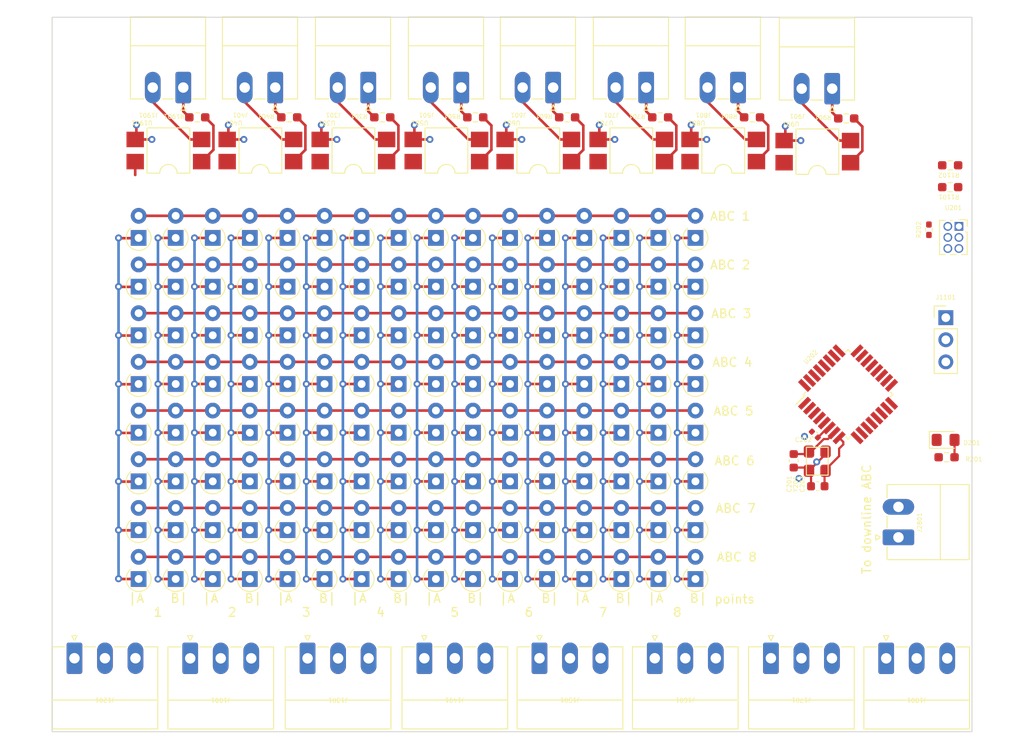
<source format=kicad_pcb>
(kicad_pcb (version 20221018) (generator pcbnew)
  (layers (0 "F.Cu" signal) (31 "B.Cu" signal) (34 "B.Paste" user) (35 "F.Paste" user) (36 "B.SilkS" user "B.Silkscreen") (37 "F.SilkS" user "F.Silkscreen") (38 "B.Mask" user) (39 "F.Mask" user) (44 "Edge.Cuts" user))
  (net 0 "")
  (net 1 "/diodeMatrix/point1A")
  (net 2 "/atmega/line1")
  (net 3 "/diodeMatrix/point1B")
  (net 4 "/diodeMatrix/point2A")
  (net 5 "/diodeMatrix/point2B")
  (net 6 "/diodeMatrix/point3A")
  (net 7 "/diodeMatrix/point3B")
  (net 8 "/diodeMatrix/point4A")
  (net 9 "/diodeMatrix/point4B")
  (net 10 "/diodeMatrix/point5A")
  (net 11 "/diodeMatrix/point5B")
  (net 12 "/diodeMatrix/point6A")
  (net 13 "/diodeMatrix/point6B")
  (net 14 "/diodeMatrix/point7A")
  (net 15 "/diodeMatrix/point7B")
  (net 16 "/diodeMatrix/point8A")
  (net 17 "/diodeMatrix/point8B")
  (net 18 "/atmega/line2")
  (net 19 "/atmega/line3")
  (net 20 "/atmega/line4")
  (net 21 "/atmega/line5")
  (net 22 "/atmega/line6")
  (net 23 "/atmega/line7")
  (net 24 "/atmega/line8")
  (net 25 "Net-(J301-Pin_1)")
  (net 26 "Net-(J301-Pin_2)")
  (net 27 "Net-(J401-Pin_1)")
  (net 28 "Net-(J401-Pin_2)")
  (net 29 "Net-(J501-Pin_1)")
  (net 30 "Net-(J501-Pin_2)")
  (net 31 "Net-(J601-Pin_1)")
  (net 32 "Net-(J601-Pin_2)")
  (net 33 "Net-(J701-Pin_1)")
  (net 34 "Net-(J701-Pin_2)")
  (net 35 "Net-(J801-Pin_1)")
  (net 36 "Net-(J801-Pin_2)")
  (net 37 "Net-(J901-Pin_1)")
  (net 38 "Net-(J901-Pin_2)")
  (net 39 "GND")
  (net 40 "Net-(R301-Pad1)")
  (net 41 "Net-(R401-Pad1)")
  (net 42 "Net-(R501-Pad1)")
  (net 43 "Net-(R601-Pad1)")
  (net 44 "Net-(R701-Pad1)")
  (net 45 "Net-(R801-Pad1)")
  (net 46 "Net-(R901-Pad1)")
  (net 47 "Net-(D201-A)")
  (net 49 "/atmega/X1")
  (net 50 "+5V")
  (net 51 "/atmega/X2")
  (net 52 "/atmega/LED")
  (net 53 "Net-(J1901-Pin_2)")
  (net 54 "Net-(J1901-Pin_1)")
  (net 55 "/atmega/reset")
  (net 56 "/atmega/occupied7")
  (net 57 "/atmega/occupied8")
  (net 58 "Net-(R1901-Pad1)")
  (net 59 "/atmega/MISO")
  (net 60 "/atmega/MOSI")
  (net 61 "/atmega/occupied6")
  (net 62 "/atmega/occupied5")
  (net 63 "/atmega/occupied4")
  (net 64 "/atmega/occupied3")
  (net 65 "/atmega/occupied2")
  (net 66 "/atmega/occupied1")
  (net 68 "Net-(J1101-Pin_1)")
  (net 69 "/atmega/occupied")
  (footprint "Diode_THT:D_A-405_P2.54mm_Vertical_AnodeUp" (layer "F.Cu") (at 192.532 101.092 90)
    (fp_text reference "D2415" hide)
    (fp_text value "D")
  )
  (footprint "Package_DIP:SMDIP-4_W7.62mm" (layer "F.Cu") (at 199.9705 74.295 180)
    (fp_text reference "U801")
    (fp_text value "EL817S")
  )
  (footprint "Diode_THT:D_A-405_P2.54mm_Vertical_AnodeUp" (layer "F.Cu") (at 188.282 101.092 90)
    (fp_text reference "D2414" hide)
    (fp_text value "D")
  )
  (footprint "Connector_Phoenix_MC:PhoenixContact_MC_1,5_2-G-3.5_1x02_P3.50mm_Horizontal" (layer "F.Cu") (at 191.132499 67.0675 180)
    (fp_text reference "J701")
    (fp_text value "Screw_Terminal_01x02")
  )
  (footprint "Diode_THT:D_A-405_P2.54mm_Vertical_AnodeUp" (layer "F.Cu") (at 184.032 84.328 90)
    (fp_text reference "D2713" hide)
    (fp_text value "D")
  )
  (footprint "Diode_THT:D_A-405_P2.54mm_Vertical_AnodeUp" (layer "F.Cu") (at 175.514 84.328 90)
    (fp_text reference "D2711" hide)
    (fp_text value "D")
  )
  (footprint "Connector_Phoenix_MC:PhoenixContact_MC_1,5_2-G-3.5_1x02_P3.50mm_Horizontal" (layer "F.Cu") (at 169.923499 67.0675 180)
    (fp_text reference "J501")
    (fp_text value "Screw_Terminal_01x02")
  )
  (footprint "Diode_THT:D_A-405_P2.54mm_Vertical_AnodeUp" (layer "F.Cu") (at 179.764 106.68 90)
    (fp_text reference "D2312" hide)
    (fp_text value "D")
  )
  (footprint "Diode_THT:D_A-405_P2.54mm_Vertical_AnodeUp" (layer "F.Cu") (at 175.514 123.473 90)
    (fp_text reference "D2111" hide)
    (fp_text value "D")
  )
  (footprint "Diode_THT:D_A-405_P2.54mm_Vertical_AnodeUp" (layer "F.Cu") (at 137.169 106.68 90)
    (fp_text reference "D2302" hide)
    (fp_text value "D")
  )
  (footprint "Diode_THT:D_A-405_P2.54mm_Vertical_AnodeUp" (layer "F.Cu") (at 188.282 84.328 90)
    (fp_text reference "D2714" hide)
    (fp_text value "D")
  )
  (footprint "Diode_THT:D_A-405_P2.54mm_Vertical_AnodeUp" (layer "F.Cu") (at 145.669 123.473 90)
    (fp_text reference "D2104" hide)
    (fp_text value "D")
  )
  (footprint "Connector_Phoenix_MC:PhoenixContact_MC_1,5_2-G-3.5_1x02_P3.50mm_Horizontal" (layer "F.Cu") (at 220.0675 118.695 90)
    (fp_text reference "J2801")
    (fp_text value "Screw_Terminal_01x02")
  )
  (footprint "Diode_THT:D_A-405_P2.54mm_Vertical_AnodeUp" (layer "F.Cu") (at 132.919 117.856 90)
    (fp_text reference "D1901" hide)
    (fp_text value "D")
  )
  (footprint "Diode_THT:D_A-405_P2.54mm_Vertical_AnodeUp" (layer "F.Cu") (at 137.169 95.504 90)
    (fp_text reference "D2502" hide)
    (fp_text value "D")
  )
  (footprint "custom_kicad_lib_sk:crystal_arduino" (layer "F.Cu") (at 210.976152 109.999744 -90)
    (fp_text reference "Y201")
    (fp_text value "Crystal_GND2")
  )
  (footprint "Diode_THT:D_A-405_P2.54mm_Vertical_AnodeUp" (layer "F.Cu") (at 158.496 84.328 90)
    (fp_text reference "D2707" hide)
    (fp_text value "D")
  )
  (footprint "Diode_THT:D_A-405_P2.54mm_Vertical_AnodeUp" (layer "F.Cu") (at 132.919 112.268 90)
    (fp_text reference "D2201" hide)
    (fp_text value "D")
  )
  (footprint "Diode_THT:D_A-405_P2.54mm_Vertical_AnodeUp" (layer "F.Cu") (at 179.764 123.473 90)
    (fp_text reference "D2112" hide)
    (fp_text value "D")
  )
  (footprint "Diode_THT:D_A-405_P2.54mm_Vertical_AnodeUp" (layer "F.Cu") (at 158.496 117.856 90)
    (fp_text reference "D1907" hide)
    (fp_text value "D")
  )
  (footprint "Diode_THT:D_A-405_P2.54mm_Vertical_AnodeUp" (layer "F.Cu") (at 158.496 101.092 90)
    (fp_text reference "D2407" hide)
    (fp_text value "D")
  )
  (footprint "Diode_THT:D_A-405_P2.54mm_Vertical_AnodeUp" (layer "F.Cu") (at 188.282 117.856 90)
    (fp_text reference "D1914" hide)
    (fp_text value "D")
  )
  (footprint "custom_kicad_lib_sk:R_0603_smalltext" (layer "F.Cu") (at 226 78.5 180)
    (fp_text reference "R1101")
    (fp_text value "22k")
  )
  (footprint "Diode_THT:D_A-405_P2.54mm_Vertical_AnodeUp" (layer "F.Cu") (at 171.264 84.328 90)
    (fp_text reference "D2710" hide)
    (fp_text value "D")
  )
  (footprint "Diode_THT:D_A-405_P2.54mm_Vertical_AnodeUp" (layer "F.Cu") (at 188.282 89.916 90)
    (fp_text reference "D2614" hide)
    (fp_text value "D")
  )
  (footprint "Diode_THT:D_A-405_P2.54mm_Vertical_AnodeUp" (layer "F.Cu") (at 149.996 123.473 90)
    (fp_text reference "D2105" hide)
    (fp_text value "D")
  )
  (footprint "Connector_Phoenix_MC:PhoenixContact_MC_1,5_2-G-3.5_1x02_P3.50mm_Horizontal" (layer "F.Cu") (at 201.673499 67.0675 180)
    (fp_text reference "J801")
    (fp_text value "Screw_Terminal_01x02")
  )
  (footprint "Diode_THT:D_A-405_P2.54mm_Vertical_AnodeUp" (layer "F.Cu") (at 188.282 95.504 90)
    (fp_text reference "D2514" hide)
    (fp_text value "D")
  )
  (footprint "Diode_THT:D_A-405_P2.54mm_Vertical_AnodeUp" (layer "F.Cu") (at 162.746 106.68 90)
    (fp_text reference "D2308" hide)
    (fp_text value "D")
  )
  (footprint "Diode_THT:D_A-405_P2.54mm_Vertical_AnodeUp" (layer "F.Cu") (at 162.746 89.916 90)
    (fp_text reference "D2608" hide)
    (fp_text value "D")
  )
  (footprint "Diode_THT:D_A-405_P2.54mm_Vertical_AnodeUp" (layer "F.Cu") (at 132.919 101.092 90)
    (fp_text reference "D2401" hide)
    (fp_text value "D")
  )
  (footprint "Diode_THT:D_A-405_P2.54mm_Vertical_AnodeUp" (layer "F.Cu") (at 141.419 89.916 90)
    (fp_text reference "D2603" hide)
    (fp_text value "D")
  )
  (footprint "Connector_Phoenix_MC:PhoenixContact_MC_1,5_2-G-3.5_1x02_P3.50mm_Horizontal" (layer "F.Cu") (at 138.0385 67.0675 180)
    (fp_text reference "J1901")
    (fp_text value "Screw_Terminal_01x02")
  )
  (footprint "Diode_THT:D_A-405_P2.54mm_Vertical_AnodeUp" (layer "F.Cu") (at 141.419 95.504 90)
    (fp_text reference "D2503" hide)
    (fp_text value "D")
  )
  (footprint "Diode_THT:D_A-405_P2.54mm_Vertical_AnodeUp" (layer "F.Cu") (at 167.014 89.916 90)
    (fp_text reference "D2609" hide)
    (fp_text value "D")
  )
  (footprint "Diode_THT:D_A-405_P2.54mm_Vertical_AnodeUp" (layer "F.Cu") (at 158.496 112.268 90)
    (fp_text reference "D2207" hide)
    (fp_text value "D")
  )
  (footprint "Diode_THT:D_A-405_P2.54mm_Vertical_AnodeUp" (layer "F.Cu") (at 158.496 123.473 90)
    (fp_text reference "D2107" hide)
    (fp_text value "D")
  )
  (footprint "Diode_THT:D_A-405_P2.54mm_Vertical_AnodeUp" (layer "F.Cu") (at 141.419 112.268 90)
    (fp_text reference "D2203" hide)
    (fp_text value "D")
  )
  (footprint "Connector_Phoenix_MC:PhoenixContact_MC_1,5_2-G-3.5_1x02_P3.50mm_Horizontal" (layer "F.Cu") (at 212.468499 67.1945 180)
    (fp_text reference "J901")
    (fp_text value "Screw_Terminal_01x02")
  )
  (footprint "Connector_Phoenix_MC:PhoenixContact_MC_1,5_3-G-3.5_1x03_P3.50mm_Horizontal" (layer "F.Cu") (at 152.297 132.579)
    (fp_text reference "J1301")
    (fp_text value "Screw_Terminal_01x03")
  )
  (footprint "Diode_THT:D_A-405_P2.54mm_Vertical_AnodeUp" (layer "F.Cu") (at 175.514 95.504 90)
    (fp_text reference "D2511" hide)
    (fp_text value "D")
  )
  (footprint "Diode_THT:D_A-405_P2.54mm_Vertical_AnodeUp" (layer "F.Cu") (at 184.032 106.68 90)
    (fp_text reference "D2313" hide)
    (fp_text value "D")
  )
  (footprint "Diode_THT:D_A-405_P2.54mm_Vertical_AnodeUp" (layer "F.Cu") (at 141.419 101.092 90)
    (fp_text reference "D2403" hide)
    (fp_text value "D")
  )
  (footprint "Diode_THT:D_A-405_P2.54mm_Vertical_AnodeUp" (layer "F.Cu") (at 167.014 123.473 90)
    (fp_text reference "D2109" hide)
    (fp_text value "D")
  )
  (footprint "custom_kicad_lib_sk:R_0603_smalltext" (layer "F.Cu") (at 226 75.99 180)
    (fp_text reference "R1102")
    (fp_text value "22k")
  )
  (footprint "Package_DIP:SMDIP-4_W7.62mm" (layer "F.Cu") (at 178.7615 74.295 180)
    (fp_text reference "U601")
    (fp_text value "EL817S")
  )
  (footprint "Diode_THT:D_A-405_P2.54mm_Vertical_AnodeUp" (layer "F.Cu") (at 132.919 123.473 90)
    (fp_text reference "D2101" hide)
    (fp_text value "D")
  )
  (footprint "Diode_THT:D_A-405_P2.54mm_Vertical_AnodeUp" (layer "F.Cu") (at 132.919 106.68 90)
    (fp_text reference "D2301" hide)
    (fp_text value "D")
  )
  (footprint "Diode_THT:D_A-405_P2.54mm_Vertical_AnodeUp" (layer "F.Cu") (at 141.419 123.473 90)
    (fp_text reference "D2103" hide)
    (fp_text value "D")
  )
  (footprint "Diode_THT:D_A-405_P2.54mm_Vertical_AnodeUp" (layer "F.Cu") (at 154.246 84.328 90)
    (fp_text reference "D2706" hide)
    (fp_text value "D")
  )
  (footprint "Diode_THT:D_A-405_P2.54mm_Vertical_AnodeUp" (layer "F.Cu") (at 167.014 106.68 90)
    (fp_text reference "D2309" hide)
    (fp_text value "D")
  )
  (footprint "Diode_THT:D_A-405_P2.54mm_Vertical_AnodeUp" (layer "F.Cu") (at 145.669 112.268 90)
    (fp_text reference "D2204" hide)
    (fp_text value "D")
  )
  (footprint "Diode_THT:D_A-405_P2.54mm_Vertical_AnodeUp" (layer "F.Cu") (at 188.282 106.68 90)
    (fp_text reference "D2314" hide)
    (fp_text value "D")
  )
  (footprint "Diode_THT:D_A-405_P2.54mm_Vertical_AnodeUp" (layer "F.Cu") (at 154.246 89.916 90)
    (fp_text reference "D2606" hide)
    (fp_text value "D")
  )
  (footprint "custom_kicad_lib_sk:R_0603_smalltext" (layer "F.Cu") (at 160.862499 70.485 180)
    (fp_text reference "R301")
    (fp_text value "330R")
  )
  (footprint "Diode_THT:D_A-405_P2.54mm_Vertical_AnodeUp" (layer "F.Cu") (at 179.764 112.268 90)
    (fp_text reference "D2212" hide)
    (fp_text value "D")
  )
  (footprint "custom_kicad_lib_sk:R_0603_smalltext" (layer "F.Cu") (at 214.075499 70.612 180)
    (fp_text reference "R901")
    (fp_text value "330R")
  )
  (footprint "Diode_THT:D_A-405_P2.54mm_Vertical_AnodeUp" (layer "F.Cu") (at 192.532 117.856 90)
    (fp_text reference "D1915" hide)
    (fp_text value "D")
  )
  (footprint "Diode_THT:D_A-405_P2.54mm_Vertical_AnodeUp" (layer "F.Cu") (at 171.264 101.092 90)
    (fp_text reference "D2410" hide)
    (fp_text value "D")
  )
  (footprint "Diode_THT:D_A-405_P2.54mm_Vertical_AnodeUp" (layer "F.Cu") (at 145.669 117.856 90)
    (fp_text reference "D1904" hide)
    (fp_text value "D")
  )
  (footprint "Diode_THT:D_A-405_P2.54mm_Vertical_AnodeUp" (layer "F.Cu") (at 162.746 123.473 90)
    (fp_text reference "D2108" hide)
    (fp_text value "D")
  )
  (footprint "Connector_Phoenix_MC:PhoenixContact_MC_1,5_3-G-3.5_1x03_P3.50mm_Horizontal" (layer "F.Cu") (at 178.895 132.5675)
    (fp_text reference "J1501")
    (fp_text value "Screw_Terminal_01x03")
  )
  (footprint "Connector_Phoenix_MC:PhoenixContact_MC_1,5_3-G-3.5_1x03_P3.50mm_Horizontal" (layer "F.Cu") (at 125.555 132.5675)
    (fp_text reference "J1201")
    (fp_text value "Screw_Terminal_01x03")
  )
  (footprint "Diode_THT:D_A-405_P2.54mm_Vertical_AnodeUp" (layer "F.Cu") (at 154.246 106.68 90)
    (fp_text reference "D2306" hide)
    (fp_text value "D")
  )
  (footprint "Diode_THT:D_A-405_P2.54mm_Vertical_AnodeUp" (layer "F.Cu") (at 149.996 106.68 90)
    (fp_text reference "D2305" hide)
    (fp_text value "D")
  )
  (footprint "Diode_THT:D_A-405_P2.54mm_Vertical_AnodeUp" (layer "F.Cu") (at 192.532 95.504 90)
    (fp_text reference "D2515" hide)
    (fp_text value "D")
  )
  (footprint "Diode_THT:D_A-405_P2.54mm_Vertical_AnodeUp" (layer "F.Cu") (at 158.496 95.504 90)
    (fp_text reference "D2507" hide)
    (fp_text value "D")
  )
  (footprint "Connector_Phoenix_MC:PhoenixContact_MC_1,5_3-G-3.5_1x03_P3.50mm_Horizontal" (layer "F.Cu") (at 218.662 132.579)
    (fp_text reference "J1801")
    (fp_text value "Screw_Terminal_01x03")
  )
  (footprint "Diode_THT:D_A-405_P2.54mm_Vertical_AnodeUp" (layer "F.Cu") (at 154.246 95.504 90)
    (fp_text reference "D2506" hide)
    (fp_text value "D")
  )
  (footprint "Diode_THT:D_A-405_P2.54mm_Vertical_AnodeUp" (layer "F.Cu") (at 154.246 117.856 90)
    (fp_text reference "D1906" hide)
    (fp_text value "D")
  )
  (footprint "Diode_THT:D_A-405_P2.54mm_Vertical_AnodeUp" (layer "F.Cu") (at 162.746 117.856 90)
    (fp_text reference "D1908" hide)
    (fp_text value "D")
  )
  (footprint "Connector_Phoenix_MC:PhoenixContact_MC_1,5_3-G-3.5_1x03_P3.50mm_Horizontal" (layer "F.Cu") (at 205.438 132.5675)
    (fp_text reference "J1701")
    (fp_text value "Screw_Terminal_01x03")
  )
  (footprint "Package_DIP:SMDIP-4_W7.62mm" (layer "F.Cu") (at 168.2205 74.295 180)
    (fp_text reference "U501")
    (fp_text value "EL817S")
  )
  (footprint "Diode_THT:D_A-405_P2.54mm_Vertical_AnodeUp" (layer "F.Cu") (at 132.919 89.916 90)
    (fp_text reference "D2601" hide)
    (fp_text value "D")
  )
  (footprint "Package_DIP:SMDIP-4_W7.62mm" (layer "F.Cu") (at 146.8845 74.295 180)
    (fp_text reference "U401")
    (fp_text value "EL817S")
  )
  (footprint "Diode_THT:D_A-405_P2.54mm_Vertical_AnodeUp" (layer "F.Cu") (at 167.014 112.268 90)
    (fp_text reference "D2209" hide)
    (fp_text value "D")
  )
  (footprint "Diode_THT:D_A-405_P2.54mm_Vertical_AnodeUp" (layer "F.Cu") (at 132.919 95.504 90)
    (fp_text reference "D2501" hide)
    (fp_text value "D")
  )
  (footprint "Diode_THT:D_A-405_P2.54mm_Vertical_AnodeUp" (layer "F.Cu") (at 145.669 95.504 90)
    (fp_text reference "D2504" hide)
    (fp_text value "D")
  )
  (footprint "Diode_THT:D_A-405_P2.54mm_Vertical_AnodeUp" (layer "F.Cu") (at 179.764 84.328 90)
    (fp_text reference "D2712" hide)
    (fp_text value "D")
  )
  (footprint "Diode_THT:D_A-405_P2.54mm_Vertical_AnodeUp" (layer "F.Cu") (at 184.032 95.504 90)
    (fp_text reference "D2513" hide)
    (fp_text value "D")
  )
  (footprint "Diode_THT:D_A-405_P2.54mm_Vertical_AnodeUp" (layer "F.Cu") (at 175.514 117.856 90)
    (fp_text reference "D1911" hide)
    (fp_text value "D")
  )
  (footprint "Diode_THT:D_A-405_P2.54mm_Vertical_AnodeUp" (layer "F.Cu") (at 149.996 89.916 90)
    (fp_text reference "D2605" hide)
    (fp_text value "D")
  )
  (footprint "Diode_THT:D_A-405_P2.54mm_Vertical_AnodeUp" (layer "F.Cu") (at 196.782 117.856 90)
    (fp_text reference "D1916" hide)
    (fp_text value "D")
  )
  (footprint "Diode_THT:D_A-405_P2.54mm_Vertical_AnodeUp" (layer "F.Cu") (at 171.264 89.916 90)
    (fp_text reference "D2610" hide)
    (fp_text value "D")
  )
  (footprint "Diode_THT:D_A-405_P2.54mm_Vertical_AnodeUp" (layer "F.Cu") (at 196.782 112.268 90)
    (fp_text reference "D2216" hide)
    (fp_text value "D")
  )
  (footprint "Diode_THT:D_A-405_P2.54mm_Vertical_AnodeUp" (layer "F.Cu") (at 141.419 84.328 90)
    (fp_text reference "D2703" hide)
    (fp_text value "D")
  )
  (footprint "Diode_THT:D_A-405_P2.54mm_Vertical_AnodeUp" (layer "F.Cu") (at 192.532 112.268 90)
    (fp_text reference "D2215" hide)
    (fp_text value "D")
  )
  (footprint "Diode_THT:D_A-405_P2.54mm_Vertical_AnodeUp" (layer "F.Cu") (at 137.169 117.856 90)
    (fp_text reference "D1902" hide)
    (fp_text value "D")
  )
  (footprint "Diode_THT:D_A-405_P2.54mm_Vertical_AnodeUp" (layer "F.Cu") (at 162.746 112.268 90)
    (fp_text reference "D2208" hide)
    (fp_text value "D")
  )
  (footprint "Package_DIP:SMDIP-4_W7.62mm" (layer "F.Cu") (at 157.5525 74.295 180)
    (fp_text reference "U301")
    (fp_text value "EL817S")
  )
  (footprint "Diode_THT:D_A-405_P2.54mm_Vertical_AnodeUp" (layer "F.Cu") (at 167.014 101.092 90)
    (fp_text reference "D2409" hide)
    (fp_text value "D")
  )
  (footprint "Diode_THT:D_A-405_P2.54mm_Vertical_AnodeUp" (layer "F.Cu") (at 158.496 106.68 90)
    (fp_text reference "D2307" hide)
    (fp_text value "D")
  )
  (footprint "Diode_THT:D_A-405_P2.54mm_Vertical_AnodeUp" (layer "F.Cu") (at 137.169 84.328 90)
    (fp_text reference "D2702" hide)
    (fp_text value "D")
  )
  (footprint "Diode_THT:D_A-405_P2.54mm_Vertical_AnodeUp" (layer "F.Cu") (at 162.746 95.504 90)
    (fp_text reference "D2508" hide)
    (fp_text value "D")
  )
  (footprint "Diode_THT:D_A-405_P2.54mm_Vertical_AnodeUp" (layer "F.Cu") (at 175.514 106.68 90)
    (fp_text reference "D2311" hide)
    (fp_text value "D")
  )
  (footprint "Diode_THT:D_A-405_P2.54mm_Vertical_AnodeUp" (layer "F.Cu") (at 179.764 101.092 90)
    (fp_text reference "D2412" hide)
    (fp_text value "D")
  )
  (footprint "Diode_THT:D_A-405_P2.54mm_Vertical_AnodeUp" (layer "F.Cu") (at 192.532 106.68 90)
    (fp_text reference "D2315" hide)
    (fp_text value "D")
  )
  (footprint "Diode_THT:D_A-405_P2.54mm_Vertical_AnodeUp" (layer "F.Cu") (at 184.032 101.092 90)
    (fp_text reference "D2413" hide)
    (fp_text value "D")
  )
  (footprint "Diode_THT:D_A-405_P2.54mm_Vertical_AnodeUp" (layer "F.Cu") (at 171.264 117.856 90)
    (fp_text reference "D1910" hide)
    (fp_text value "D")
  )
  (footprint "Diode_THT:D_A-405_P2.54mm_Vertical_AnodeUp" (layer "F.Cu") (at 184.032 112.268 90)
    (fp_text reference "D2213" hide)
    (fp_text value "D")
  )
  (footprint "Diode_THT:D_A-405_P2.54mm_Vertical_AnodeUp" (layer "F.Cu") (at 149.996 95.504 90)
    (fp_text reference "D2505" hide)
    (fp_text value "D")
  )
  (footprint "Diode_THT:D_A-405_P2.54mm_Vertical_AnodeUp" (layer "F.Cu") (at 171.264 95.504 90)
    (fp_text reference "D2510" hide)
    (fp_text value "D")
  )
  (footprint "Diode_THT:D_A-405_P2.54mm_Vertical_AnodeUp" (layer "F.Cu") (at 171.264 106.68 90)
    (fp_text reference "D2310" hide)
    (fp_text value "D")
  )
  (footprint "Diode_THT:D_A-405_P2.54mm_Vertical_AnodeUp" (layer "F.Cu") (at 196.782 84.328 90)
    (fp_text reference "D2716" hide)
    (fp_text value "D")
  )
  (footprint "Diode_THT:D_A-405_P2.54mm_Vertical_AnodeUp" (layer "F.Cu") (at 196.782 123.473 90)
    (fp_text reference "D2116" hide)
    (fp_text value "D")
  )
  (footprint "Diode_THT:D_A-405_P2.54mm_Vertical_AnodeUp" (layer "F.Cu") (at 137.169 112.268 90)
    (fp_text reference "D2202" hide)
    (fp_text value "D")
  )
  (footprint "Capacitor_SMD:C_0603_1608Metric" (layer "F.Cu") (at 208.055152 109.906744 90)
    (fp_text reference "C201")
    (fp_text value "12pF")
  )
  (footprint "Connector_Phoenix_MC:PhoenixContact_MC_1,5_2-G-3.5_1x02_P3.50mm_Horizontal" (layer "F.Cu") (at 180.464499 67.0675 180)
    (fp_text reference "J601")
    (fp_text value "Screw_Terminal_01x02")
  )
  (footprint "Diode_THT:D_A-405_P2.54mm_Vertical_AnodeUp" (layer "F.Cu") (at 184.032 89.916 90)
    (fp_text reference "D2613" hide)
    (fp_text value "D")
  )
  (footprint "Diode_THT:D_A-405_P2.54mm_Vertical_AnodeUp" (layer "F.Cu") (at 192.532 84.328 90)
    (fp_text reference "D2715" hide)
    (fp_text value "D")
  )
  (footprint "Diode_THT:D_A-405_P2.54mm_Vertical_AnodeUp" (layer "F.Cu") (at 184.032 117.856 90)
    (fp_text reference "D1913" hide)
    (fp_text value "D")
  )
  (footprint "Diode_THT:D_A-405_P2.54mm_Vertical_AnodeUp" (layer "F.Cu") (at 167.014 84.328 90)
    (fp_text reference "D2709" hide)
    (fp_text value "D")
  )
  (footprint "Diode_THT:D_A-405_P2.54mm_Vertical_AnodeUp" (layer "F.Cu") (at 141.419 117.856 90)
    (fp_text reference "D1903" hide)
    (fp_text value "D")
  )
  (footprint "Connector_Phoenix_MC:PhoenixContact_MC_1,5_3-G-3.5_1x03_P3.50mm_Horizontal" (layer "F.Cu") (at 192.119 132.5675)
    (fp_text reference "J1601")
    (fp_text value "Screw_Terminal_01x03")
  )
  (footprint "Diode_THT:D_A-405_P2.54mm_Vertical_AnodeUp" (layer "F.Cu") (at 196.782 101.092 90)
    (fp_text reference "D2416" hide)
    (fp_text value "D")
  )
  (footprint "Package_DIP:SMDIP-4_W7.62mm" (layer "F.Cu") (at 136.3355 74.295 180)
    (fp_text reference "U1901")
    (fp_text value "EL817S")
  )
  (footprint "Connector_Phoenix_MC:PhoenixContact_MC_1,5_2-G-3.5_1x02_P3.50mm_Horizontal" (layer "F.Cu") (at 159.255499 67.0675 180)
    (fp_text reference "J301")
    (fp_text value "Screw_Terminal_01x02")
  )
  (footprint "Diode_THT:D_A-405_P2.54mm_Vertical_AnodeUp" (layer "F.Cu") (at 188.282 123.473 90)
    (fp_text reference "D2114" hide)
    (fp_text value "D")
  )
  (footprint "Diode_THT:D_A-405_P2.54mm_Vertical_AnodeUp" (layer "F.Cu") (at 137.169 123.473 90)
    (fp_text reference "D2102" hide)
    (fp_text value "D")
  )
  (footprint "custom_kicad_lib_sk:R_0603_smalltext" (layer "F.Cu") (at 171.530499 70.485 180)
    (fp_text reference "R501")
    (fp_text value "330R")
  )
  (footprint "custom_kicad_lib_sk:R_0603_smalltext" (layer "F.Cu") (at 182.071499 70.485 180)
    (fp_text reference "R601")
    (fp_text value "330R")
  )
  (footprint "Diode_THT:D_A-405_P2.54mm_Vertical_AnodeUp" (layer "F.Cu") (at 167.014 95.504 90)
    (fp_text reference "D2509" hide)
    (fp_text value "D")
  )
  (footprint "Diode_THT:D_A-405_P2.54mm_Vertical_AnodeUp" (layer "F.Cu") (at 196.782 106.68 90)
    (fp_text reference "D2316" hide)
    (fp_text value "D")
  )
  (footprint "Diode_THT:D_A-405_P2.54mm_Vertical_AnodeUp" (layer "F.Cu") (at 149.996 112.268 90)
    (fp_text reference "D2205" hide)
    (fp_text value "D")
  )
  (footprint "custom_kicad_lib_sk:R_0603_smalltext" (layer "F.Cu") (at 203.280499 70.485 180)
    (fp_text reference "R801")
    (fp_text value "330R")
  )
  (footprint "Diode_THT:D_A-405_P2.54mm_Vertical_AnodeUp" (layer "F.Cu") (at 175.514 101.092 90)
    (fp_text reference "D2411" hide)
    (fp_text value "D")
  )
  (footprint "Diode_THT:D_A-405_P2.54mm_Vertical_AnodeUp" (layer "F.Cu") (at 154.246 123.473 90)
    (fp_text reference "D2106" hide)
    (fp_text value "D")
  )
  (footprint "Diode_THT:D_A-405_P2.54mm_Vertical_AnodeUp" (layer "F.Cu") (at 149.996 117.856 90)
    (fp_text reference "D1905" hide)
    (fp_text value "D")
  )
  (footprint "MountingHole:MountingHole_3.2mm_M3" (layer "F.Cu") (at 225 126)
    (fp_text reference "REF**" hide)
    (fp_text value "MountingHole_3.2mm_M3")
  )
  (footprint "Diode_THT:D_A-405_P2.54mm_Vertical_AnodeUp" (layer "F.Cu") (at 192.532 123.473 90)
    (fp_text reference "D2115" hide)
    (fp_text value "D")
  )
  (footprint "Resistor_SMD:R_0603_1608Metric_Pad0.98x0.95mm_HandSolder" (layer "F.Cu") (at 225.5875 109.5)
    (fp_text reference "R201")
    (fp_text value "6k2")
  )
  (footprint "MountingHole:MountingHole_3.2mm_M3" (layer "F.Cu") (at 126.5 126)
    (fp_text reference "REF**" hide)
    (fp_text value "MountingHole_3.2mm_M3")
  )
  (footprint "Diode_THT:D_A-405_P2.54mm_Vertical_AnodeUp" (layer "F.Cu") (at 196.782 95.504 90)
    (fp_text reference "D2516" hide)
    (fp_text value "D")
  )
  (footprint "Package_DIP:SMDIP-4_W7.62mm" (layer "F.Cu") (at 189.4295 74.295 180)
    (fp_text reference "U701")
    (fp_text value "EL817S")
  )
  (footprint "Diode_THT:D_A-405_P2.54mm_Vertical_AnodeUp" (layer "F.Cu") (at 175.514 89.916 90)
    (fp_text reference "D2611" hide)
    (fp_text value "D")
  )
  (footprint "custom_kicad_lib_sk:R_0603_smalltext" (layer "F.Cu") (at 139.6455 70.485 180)
    (fp_text reference "R1901")
    (fp_text value "330R")
  )
  (footprint "Package_QFP:TQFP-32_7x7mm_P0.8mm" (layer "F.Cu") (at 214.287152 102.276744 45)
    (fp_text reference "U202")
    (fp_text value "ATmega328-A")
  )
  (footprint "LED_SMD:LED_0805_2012Metric_Pad1.15x1.40mm_HandSolder" (layer "F.Cu") (at 225.477 107.509)
    (fp_text reference "D201")
    (fp_text value "LED")
  )
  (footprint "Diode_THT:D_A-405_P2.54mm_Vertical_AnodeUp" (layer "F.Cu") (at 171.264 123.473 90)
    (fp_text reference "D2110" hide)
    (fp_text value "D")
  )
  (footprint "Diode_THT:D_A-405_P2.54mm_Vertical_AnodeUp" (layer "F.Cu") (at 179.764 89.916 90)
    (fp_text reference "D2612" hide)
    (fp_text value "D")
  )
  (footprint "Diode_THT:D_A-405_P2.54mm_Vertical_AnodeUp" (layer "F.Cu") (at 192.532 89.916 90)
    (fp_text reference "D2615" hide)
    (fp_text value "D")
  )
  (footprint "Connector_PinSocket_1.27mm:PinSocket_2x03_P1.27mm_Vertical" (layer "F.Cu") (at 227 83)
    (fp_text reference "U201")
    (fp_text value "HEADER_3x2")
  )
  (footprint "Diode_THT:D_A-405_P2.54mm_Vertical_AnodeUp" (layer "F.Cu") (at 158.496 89.916 90)
    (fp_text reference "D2607" hide)
    (fp_text value "D")
  )
  (footprint "Diode_THT:D_A-405_P2.54mm_Vertical_AnodeUp" (layer "F.Cu") (at 154.246 101.092 90)
    (fp_text reference "D2406" hide)
    (fp_text value "D")
  )
  (footprint "Connector_Phoenix_MC:PhoenixContact_MC_1,5_2-G-3.5_1x02_P3.50mm_Horizontal" (layer "F.Cu") (at 148.587499 67.0675 180)
    (fp_text reference "J401")
    (fp_text value "Screw_Terminal_01x02")
  )
  (footprint "Diode_THT:D_A-405_P2.54mm_Vertical_AnodeUp" (layer "F.Cu") (at 145.669 84.328 90)
    (fp_text reference "D2704" hide)
    (fp_text value "D")
  )
  (footprint "Diode_THT:D_A-405_P2.54mm_Vertical_AnodeUp" (layer "F.Cu") (at 171.264 112.268 90)
    (fp_text reference "D2210" hide)
    (fp_text value "D")
  )
  (footprint "Diode_THT:D_A-405_P2.54mm_Vertical_AnodeUp" (layer "F.Cu") (at 154.246 112.268 90)
    (fp_text reference "D2206" hide)
    (fp_text value "D")
  )
  (footprint "Diode_THT:D_A-405_P2.54mm_Vertical_AnodeUp" (layer "F.Cu") (at 149.996 101.092 90)
    (fp_text reference "D2405" hide)
    (fp_text value "D")
  )
  (footprint "Diode_THT:D_A-405_P2.54mm_Vertical_AnodeUp" (layer "F.Cu") (at 179.764 117.856 90)
    (fp_text reference "D1912" hide)
    (fp_text value "D")
  )
  (footprint "Diode_THT:D_A-405_P2.54mm_Vertical_AnodeUp" (layer "F.Cu") (at 137.169 89.916 90)
    (fp_text reference "D2602" hide)
    (fp_text value "D")
  )
  (footprint "Connector_Phoenix_MC:PhoenixContact_MC_1,5_3-G-3.5_1x03_P3.50mm_Horizontal" (layer "F.Cu") (at 138.835 132.579)
    (fp_text reference "J1001")
    (fp_text value "Screw_Terminal_01x03")
  )
  (footprint "Diode_THT:D_A-405_P2.54mm_Vertical_AnodeUp" (layer "F.Cu") (at 145.669 89.916 90)
    (fp_text reference "D2604" hide)
    (fp_text value "D")
  )
  (footprint "Diode_THT:D_A-405_P2.54mm_Vertical_AnodeUp" (layer "F.Cu") (at 137.169 101.092 90)
    (fp_text reference "D2402" hide)
    (fp_text value "D")
  )
  (footprint "Capacitor_SMD:C_0603_1608Metric" (layer "F.Cu") (at 210.817152 112.827744)
    (fp_text reference "C203")
    (fp_text value "12pF")
  )
  (footprint "Diode_THT:D_A-405_P2.54mm_Vertical_AnodeUp" (layer "F.Cu") (at 179.764 95.504 90)
    (fp_text reference "D2512" hide)
    (fp_text value "D")
  )
  (footprint "Connector_Phoenix_MC:PhoenixContact_MC_1,5_3-G-3.5_1x03_P3.50mm_Horizontal" (layer "F.Cu") (at 165.687 132.5675)
    (fp_text reference "J1401")
    (fp_text value "Screw_Terminal_01x03")
  )
  (footprint "Diode_THT:D_A-405_P2.54mm_Vertical_AnodeUp" (layer "F.Cu") (at 162.746 101.092 90)
    (fp_text reference "D2408" hide)
    (fp_text value "D")
  )
  (footprint "Diode_THT:D_A-405_P2.54mm_Vertical_AnodeUp" (layer "F.Cu") (at 145.669 101.092 90)
    (fp_text reference "D2404" hide)
    (fp_text value "D")
  )
  (footprint "Diode_THT:D_A-405_P2.54mm_Vertical_AnodeUp" (layer "F.Cu") (at 132.919 84.328 90)
    (fp_text reference "D2701" hide)
    (fp_text value "D")
  )
  (footprint "Diode_THT:D_A-405_P2.54mm_Vertical_AnodeUp" (layer "F.Cu") (at 184.032 123.473 90)
    (fp_text reference "D2113" hide)
    (fp_text value "D")
  )
  (footprint "Diode_THT:D_A-405_P2.54mm_Vertical_AnodeUp" (layer "F.Cu") (at 196.782 89.916 90)
    (fp_text reference "D2616" hide)
    (fp_text value "D")
  )
  (footprint "Resistor_SMD:R_0402_1005Metric_Pad0.72x0.64mm_HandSolder" (layer "F.Cu") (at 223.561 83.386 90)
    (fp_text reference "R202")
    (fp_text value "10k")
  )
  (footprint "Diode_THT:D_A-405_P2.54mm_Vertical_AnodeUp" (layer "F.Cu") (at 162.746 84.328 90)
    (fp_text reference "D2708" hide)
    (fp_text value "D")
  )
  (footprint "Diode_THT:D_A-405_P2.54mm_Vertical_AnodeUp" (layer "F.Cu") (at 188.282 112.268 90)
    (fp_text reference "D2214" hide)
    (fp_text value "D")
  )
  (footprint "Diode_THT:D_A-405_P2.54mm_Vertical_AnodeUp" (layer "F.Cu") (at 167.014 117.856 90)
    (fp_text reference "D1909" hide)
    (fp_text value "D")
  )
  (footprint "custom_kicad_lib_sk:R_0603_smalltext" (layer "F.Cu") (at 150.194499 70.485 180)
    (fp_text reference "R401")
    (fp_text value "330R")
  )
  (footprint "Diode_THT:D_A-405_P2.54mm_Vertical_AnodeUp" (layer "F.Cu") (at 149.996 84.328 90)
    (fp_text reference "D2705" hide)
    (fp_text value "D")
  )
  (footprint "Package_DIP:SMDIP-4_W7.62mm" (layer "F.Cu") (at 210.7655 74.422 180)
    (fp_text reference "U901")
    (fp_text value "EL817S")
  )
  (footprint "Connector_PinHeader_2.54mm:PinHeader_1x03_P2.54mm_Vertical" (layer "F.Cu") (at 225.5 93.475)
    (fp_text reference "J1101")
    (fp_text value "Conn_01x03")
  )
  (footprint "MountingHole:MountingHole_3.2mm_M3" (layer "F.Cu") (at 126.5 62.5)
    (fp_text reference "REF**" hide)
    (fp_text value "MountingHole_3.2mm_M3")
  )
  (footprint "Diode_THT:D_A-405_P2.54mm_Vertical_AnodeUp" (layer "F.Cu") (at 175.514 112.268 90)
    (fp_text reference "D2211" hide)
    (fp_text value "D")
  )
  (footprint "MountingHole:MountingHole_3.2mm_M3" (layer "F.Cu") (at 225 62.5)
    (fp_text reference "REF**" hide)
    (fp_text value "MountingHole_3.2mm_M3")
  )
  (footprint "custom_kicad_lib_sk:R_0603_smalltext" (layer "F.Cu") (at 192.739499 70.485 180)
    (fp_text reference "R701")
    (fp_text value "330R")
  )
  (footprint "Capacitor_SMD:C_0402_1005Metric" (layer "F.Cu") (at 210.477741 106.900333 135)
    (fp_text reference "C202")
    (fp_text value "100nF")
  )
  (footprint "Diode_THT:D_A-405_P2.54mm_Vertical_AnodeUp" (layer "F.Cu") (at 145.669 106.68 90)
    (fp_text reference "D2304" hide)
    (fp_text value "D")
  )
  (footprint "Diode_THT:D_A-405_P2.54mm_Vertical_AnodeUp" (layer "F.Cu") (at 141.419 106.68 90)
    (fp_text reference "D2303" hide)
    (fp_text value "D")
  )
  (gr_rect (start 123 59) (end 228.5 141) (stroke (width 0.1)) (fill none) (layer "Edge.Cuts"))
  (gr_text "ABC 7" (at 199.018 115.951) (layer "F.SilkS") (effects (font (size 1 1)) (justify left bottom)))
  (gr_text "ABC 4" (at 198.637 99.187) (layer "F.SilkS") (effects (font (size 1 1)) (justify left bottom)))
  (gr_text "|A    B|\n5" (at 169.173 126.492) (layer "F.SilkS") (effects (font (size 1 1))))
  (gr_text "ABC 6" (at 198.891 110.49) (layer "F.SilkS") (effects (font (size 1 1)) (justify left bottom)))
  (gr_text "To downline ABC" (at 217 123 90) (layer "F.SilkS") (effects (font (size 1 1)) (justify left bottom)))
  (gr_text "|A    B|\n4" (at 160.664 126.492) (layer "F.SilkS") (effects (font (size 1 1))))
  (gr_text "|A    B|\n8" (at 194.7 126.492) (layer "F.SilkS") (effects (font (size 1 1))))
  (gr_text "|A    B|\n2" (at 143.646 126.492) (layer "F.SilkS") (effects (font (size 1 1))))
  (gr_text "points" (at 198.891 126.365) (layer "F.SilkS") (effects (font (size 1 1)) (justify left bottom)))
  (gr_text "ABC 8\n" (at 199.145 121.539) (layer "F.SilkS") (effects (font (size 1 1)) (justify left bottom)))
  (gr_text "ABC 1" (at 198.383 82.423) (layer "F.SilkS") (effects (font (size 1 1)) (justify left bottom)))
  (gr_text "|A    B|\n1" (at 135.137 126.492) (layer "F.SilkS") (effects (font (size 1 1))))
  (gr_text "ABC 3" (at 198.51 93.599) (layer "F.SilkS") (effects (font (size 1 1)) (justify left bottom)))
  (gr_text "ABC 2\n" (at 198.383 88.011) (layer "F.SilkS") (effects (font (size 1 1)) (justify left bottom)))
  (gr_text "|A    B|\n3" (at 152.155 126.492) (layer "F.SilkS") (effects (font (size 1 1))))
  (gr_text "ABC 5" (at 198.764 104.775) (layer "F.SilkS") (effects (font (size 1 1)) (justify left bottom)))
  (gr_text "|A    B|\n7" (at 186.191 126.492) (layer "F.SilkS") (effects (font (size 1 1))))
  (gr_text "|A    B|\n6" (at 177.682 126.492) (layer "F.SilkS") (effects (font (size 1 1))))
  (segment (start 132.919 95.533) (end 130.644 95.533) (width 0.3) (layer "F.Cu") (net 1))
  (segment (start 130.644 112.297) (end 130.615 112.268) (width 0.3) (layer "F.Cu") (net 1))
  (segment (start 132.919 101.121) (end 130.644 101.121) (width 0.3) (layer "F.Cu") (net 1))
  (segment (start 130.644 89.945) (end 130.615 89.916) (width 0.3) (layer "F.Cu") (net 1))
  (segment (start 132.919 112.297) (end 130.644 112.297) (width 0.3) (layer "F.Cu") (net 1))
  (segment (start 132.919 106.709) (end 130.644 106.709) (width 0.3) (layer "F.Cu") (net 1))
  (segment (start 132.919 89.945) (end 130.644 89.945) (width 0.3) (layer "F.Cu") (net 1))
  (segment (start 130.644 95.533) (end 130.615 95.504) (width 0.3) (layer "F.Cu") (net 1))
  (segment (start 130.644 117.885) (end 130.615 117.856) (width 0.3) (layer "F.Cu") (net 1))
  (segment (start 130.644 123.473) (end 130.615 123.444) (width 0.3) (layer "F.Cu") (net 1))
  (segment (start 132.919 117.885) (end 130.644 117.885) (width 0.3) (layer "F.Cu") (net 1))
  (segment (start 132.919 123.473) (end 130.644 123.473) (width 0.3) (layer "F.Cu") (net 1))
  (segment (start 130.644 101.121) (end 130.615 101.092) (width 0.3) (layer "F.Cu") (net 1))
  (segment (start 130.644 106.709) (end 130.615 106.68) (width 0.3) (layer "F.Cu") (net 1))
  (segment (start 132.919 84.357) (end 130.644 84.357) (width 0.3) (layer "F.Cu") (net 1))
  (segment (start 130.644 84.357) (end 130.615 84.328) (width 0.3) (layer "F.Cu") (net 1))
  (via (at 130.615 101.092) (size 0.8) (drill 0.4) (layers "F.Cu" "B.Cu") (net 1))
  (via (at 130.615 84.328) (size 0.8) (drill 0.4) (layers "F.Cu" "B.Cu") (net 1))
  (via (at 130.615 95.504) (size 0.8) (drill 0.4) (layers "F.Cu" "B.Cu") (net 1))
  (via (at 130.615 117.856) (size 0.8) (drill 0.4) (layers "F.Cu" "B.Cu") (net 1))
  (via (at 130.615 123.444) (size 0.8) (drill 0.4) (layers "F.Cu" "B.Cu") (net 1))
  (via (at 130.615 89.916) (size 0.8) (drill 0.4) (layers "F.Cu" "B.Cu") (net 1))
  (via (at 130.615 112.268) (size 0.8) (drill 0.4) (layers "F.Cu" "B.Cu") (net 1))
  (via (at 130.615 106.68) (size 0.8) (drill 0.4) (layers "F.Cu" "B.Cu") (net 1))
  (segment (start 130.615 84.328) (end 130.615 123.444) (width 0.3) (layer "B.Cu") (net 1))
  (segment (start 196.782 81.788) (end 132.919 81.788) (width 0.3) (layer "F.Cu") (net 2))
  (segment (start 137.169 112.268) (end 135.137 112.268) (width 0.3) (layer "F.Cu") (net 3))
  (segment (start 137.169 101.092) (end 135.137 101.092) (width 0.3) (layer "F.Cu") (net 3))
  (segment (start 137.169 89.916) (end 135.137 89.916) (width 0.3) (layer "F.Cu") (net 3))
  (segment (start 137.169 84.328) (end 135.137 84.328) (width 0.3) (layer "F.Cu") (net 3))
  (segment (start 137.169 123.473) (end 135.137 123.473) (width 0.3) (layer "F.Cu") (net 3))
  (segment (start 137.169 106.68) (end 135.137 106.68) (width 0.3) (layer "F.Cu") (net 3))
  (segment (start 137.169 117.856) (end 135.137 117.856) (width 0.3) (layer "F.Cu") (net 3))
  (segment (start 137.169 95.504) (end 135.137 95.504) (width 0.3) (layer "F.Cu") (net 3))
  (via (at 135.137 112.268) (size 0.8) (drill 0.4) (layers "F.Cu" "B.Cu") (net 3))
  (via (at 135.137 101.092) (size 0.8) (drill 0.4) (layers "F.Cu" "B.Cu") (net 3))
  (via (at 135.137 95.504) (size 0.8) (drill 0.4) (layers "F.Cu" "B.Cu") (net 3))
  (via (at 135.137 123.473) (size 0.8) (drill 0.4) (layers "F.Cu" "B.Cu") (net 3))
  (via (at 135.137 89.916) (size 0.8) (drill 0.4) (layers "F.Cu" "B.Cu") (net 3))
  (via (at 135.137 84.328) (size 0.8) (drill 0.4) (layers "F.Cu" "B.Cu") (net 3))
  (via (at 135.137 106.68) (size 0.8) (drill 0.4) (layers "F.Cu" "B.Cu") (net 3))
  (via (at 135.137 117.856) (size 0.8) (drill 0.4) (layers "F.Cu" "B.Cu") (net 3))
  (segment (start 135.137 123.473) (end 135.137 84.328) (width 0.3) (layer "B.Cu") (net 3))
  (segment (start 141.419 84.328) (end 139.328 84.328) (width 0.3) (layer "F.Cu") (net 4))
  (segment (start 141.419 123.473) (end 139.328 123.473) (width 0.3) (layer "F.Cu") (net 4))
  (segment (start 141.419 101.092) (end 139.328 101.092) (width 0.3) (layer "F.Cu") (net 4))
  (segment (start 141.419 95.504) (end 139.328 95.504) (width 0.3) (layer "F.Cu") (net 4))
  (segment (start 141.419 117.856) (end 139.328 117.856) (width 0.3) (layer "F.Cu") (net 4))
  (segment (start 141.419 112.268) (end 139.328 112.268) (width 0.3) (layer "F.Cu") (net 4))
  (segment (start 141.419 89.916) (end 139.328 89.916) (width 0.3) (layer "F.Cu") (net 4))
  (segment (start 141.419 106.68) (end 139.328 106.68) (width 0.3) (layer "F.Cu") (net 4))
  (via (at 139.328 106.68) (size 0.8) (drill 0.4) (layers "F.Cu" "B.Cu") (net 4))
  (via (at 139.328 89.916) (size 0.8) (drill 0.4) (layers "F.Cu" "B.Cu") (net 4))
  (via (at 139.328 123.473) (size 0.8) (drill 0.4) (layers "F.Cu" "B.Cu") (net 4))
  (via (at 139.328 101.092) (size 0.8) (drill 0.4) (layers "F.Cu" "B.Cu") (net 4))
  (via (at 139.328 112.268) (size 0.8) (drill 0.4) (layers "F.Cu" "B.Cu") (net 4))
  (via (at 139.328 95.504) (size 0.8) (drill 0.4) (layers "F.Cu" "B.Cu") (net 4))
  (via (at 139.328 84.328) (size 0.8) (drill 0.4) (layers "F.Cu" "B.Cu") (net 4))
  (via (at 139.328 117.856) (size 0.8) (drill 0.4) (layers "F.Cu" "B.Cu") (net 4))
  (segment (start 139.328 84.328) (end 139.328 123.473) (width 0.3) (layer "B.Cu") (net 4))
  (segment (start 145.669 123.473) (end 143.519 123.473) (width 0.3) (layer "F.Cu") (net 5))
  (segment (start 145.669 95.504) (end 143.519 95.504) (width 0.3) (layer "F.Cu") (net 5))
  (segment (start 145.669 84.328) (end 143.519 84.328) (width 0.3) (layer "F.Cu") (net 5))
  (segment (start 145.669 112.268) (end 143.519 112.268) (width 0.3) (layer "F.Cu") (net 5))
  (segment (start 145.669 101.092) (end 143.519 101.092) (width 0.3) (layer "F.Cu") (net 5))
  (segment (start 145.669 89.916) (end 143.519 89.916) (width 0.3) (layer "F.Cu") (net 5))
  (segment (start 145.669 117.856) (end 143.519 117.856) (width 0.3) (layer "F.Cu") (net 5))
  (segment (start 145.669 106.68) (end 143.519 106.68) (width 0.3) (layer "F.Cu") (net 5))
  (via (at 143.519 89.916) (size 0.8) (drill 0.4) (layers "F.Cu" "B.Cu") (net 5))
  (via (at 143.519 123.473) (size 0.8) (drill 0.4) (layers "F.Cu" "B.Cu") (net 5))
  (via (at 143.519 112.268) (size 0.8) (drill 0.4) (layers "F.Cu" "B.Cu") (net 5))
  (via (at 143.519 84.328) (size 0.8) (drill 0.4) (layers "F.Cu" "B.Cu") (net 5))
  (via (at 143.519 101.092) (size 0.8) (drill 0.4) (layers "F.Cu" "B.Cu") (net 5))
  (via (at 143.519 95.504) (size 0.8) (drill 0.4) (layers "F.Cu" "B.Cu") (net 5))
  (via (at 143.519 106.68) (size 0.8) (drill 0.4) (layers "F.Cu" "B.Cu") (net 5))
  (via (at 143.519 117.856) (size 0.8) (drill 0.4) (layers "F.Cu" "B.Cu") (net 5))
  (segment (start 143.519 123.473) (end 143.519 84.328) (width 0.3) (layer "B.Cu") (net 5))
  (segment (start 149.996 117.856) (end 147.837 117.856) (width 0.3) (layer "F.Cu") (net 6))
  (segment (start 149.996 106.68) (end 147.837 106.68) (width 0.3) (layer "F.Cu") (net 6))
  (segment (start 149.996 123.473) (end 147.837 123.473) (width 0.3) (layer "F.Cu") (net 6))
  (segment (start 149.996 112.268) (end 147.837 112.268) (width 0.3) (layer "F.Cu") (net 6))
  (segment (start 149.996 89.916) (end 147.837 89.916) (width 0.3) (layer "F.Cu") (net 6))
  (segment (start 149.996 84.328) (end 147.837 84.328) (width 0.3) (layer "F.Cu") (net 6))
  (segment (start 149.996 95.504) (end 147.837 95.504) (width 0.3) (layer "F.Cu") (net 6))
  (segment (start 149.996 101.092) (end 147.837 101.092) (width 0.3) (layer "F.Cu") (net 6))
  (via (at 147.837 123.473) (size 0.8) (drill 0.4) (layers "F.Cu" "B.Cu") (net 6))
  (via (at 147.837 112.268) (size 0.8) (drill 0.4) (layers "F.Cu" "B.Cu") (net 6))
  (via (at 147.837 101.092) (size 0.8) (drill 0.4) (layers "F.Cu" "B.Cu") (net 6))
  (via (at 147.837 106.68) (size 0.8) (drill 0.4) (layers "F.Cu" "B.Cu") (net 6))
  (via (at 147.837 95.504) (size 0.8) (drill 0.4) (layers "F.Cu" "B.Cu") (net 6))
  (via (at 147.837 84.328) (size 0.8) (drill 0.4) (layers "F.Cu" "B.Cu") (net 6))
  (via (at 147.837 89.916) (size 0.8) (drill 0.4) (layers "F.Cu" "B.Cu") (net 6))
  (via (at 147.837 117.856) (size 0.8) (drill 0.4) (layers "F.Cu" "B.Cu") (net 6))
  (segment (start 147.837 84.328) (end 147.837 123.473) (width 0.3) (layer "B.Cu") (net 6))
  (segment (start 154.246 106.68) (end 152.155 106.68) (width 0.3) (layer "F.Cu") (net 7))
  (segment (start 154.246 84.328) (end 152.155 84.328) (width 0.3) (layer "F.Cu") (net 7))
  (segment (start 154.246 112.268) (end 152.155 112.268) (width 0.3) (layer "F.Cu") (net 7))
  (segment (start 154.246 89.916) (end 152.155 89.916) (width 0.3) (layer "F.Cu") (net 7))
  (segment (start 154.246 123.473) (end 152.155 123.473) (width 0.3) (layer "F.Cu") (net 7))
  (segment (start 154.246 101.092) (end 152.155 101.092) (width 0.3) (layer "F.Cu") (net 7))
  (segment (start 154.246 95.504) (end 152.155 95.504) (width 0.3) (layer "F.Cu") (net 7))
  (segment (start 154.246 117.856) (end 152.155 117.856) (width 0.3) (layer "F.Cu") (net 7))
  (via (at 152.155 117.856) (size 0.8) (drill 0.4) (layers "F.Cu" "B.Cu") (net 7))
  (via (at 152.155 123.473) (size 0.8) (drill 0.4) (layers "F.Cu" "B.Cu") (net 7))
  (via (at 152.155 84.328) (size 0.8) (drill 0.4) (layers "F.Cu" "B.Cu") (net 7))
  (via (at 152.155 95.504) (size 0.8) (drill 0.4) (layers "F.Cu" "B.Cu") (net 7))
  (via (at 152.155 101.092) (size 0.8) (drill 0.4) (layers "F.Cu" "B.Cu") (net 7))
  (via (at 152.155 112.268) (size 0.8) (drill 0.4) (layers "F.Cu" "B.Cu") (net 7))
  (via (at 152.155 89.916) (size 0.8) (drill 0.4) (layers "F.Cu" "B.Cu") (net 7))
  (via (at 152.155 106.68) (size 0.8) (drill 0.4) (layers "F.Cu" "B.Cu") (net 7))
  (segment (start 152.155 123.473) (end 152.155 84.328) (width 0.3) (layer "B.Cu") (net 7))
  (segment (start 158.496 95.504) (end 156.346 95.504) (width 0.3) (layer "F.Cu") (net 8))
  (segment (start 158.496 84.328) (end 156.346 84.328) (width 0.3) (layer "F.Cu") (net 8))
  (segment (start 158.496 101.092) (end 156.346 101.092) (width 0.3) (layer "F.Cu") (net 8))
  (segment (start 158.496 89.916) (end 156.346 89.916) (width 0.3) (layer "F.Cu") (net 8))
  (segment (start 158.496 117.856) (end 156.346 117.856) (width 0.3) (layer "F.Cu") (net 8))
  (segment (start 158.496 123.473) (end 156.346 123.473) (width 0.3) (layer "F.Cu") (net 8))
  (segment (start 158.496 112.268) (end 156.346 112.268) (width 0.3) (layer "F.Cu") (net 8))
  (segment (start 158.496 106.68) (end 156.346 106.68) (width 0.3) (layer "F.Cu") (net 8))
  (via (at 156.346 101.092) (size 0.8) (drill 0.4) (layers "F.Cu" "B.Cu") (net 8))
  (via (at 156.346 95.504) (size 0.8) (drill 0.4) (layers "F.Cu" "B.Cu") (net 8))
  (via (at 156.346 112.268) (size 0.8) (drill 0.4) (layers "F.Cu" "B.Cu") (net 8))
  (via (at 156.346 117.856) (size 0.8) (drill 0.4) (layers "F.Cu" "B.Cu") (net 8))
  (via (at 156.346 106.68) (size 0.8) (drill 0.4) (layers "F.Cu" "B.Cu") (net 8))
  (via (at 156.346 89.916) (size 0.8) (drill 0.4) (layers "F.Cu" "B.Cu") (net 8))
  (via (at 156.346 123.473) (size 0.8) (drill 0.4) (layers "F.Cu" "B.Cu") (net 8))
  (via (at 156.346 84.328) (size 0.8) (drill 0.4) (layers "F.Cu" "B.Cu") (net 8))
  (segment (start 156.346 84.328) (end 156.346 123.473) (width 0.3) (layer "B.Cu") (net 8))
  (segment (start 162.746 89.916) (end 160.664 89.916) (width 0.3) (layer "F.Cu") (net 9))
  (segment (start 162.746 117.856) (end 160.664 117.856) (width 0.3) (layer "F.Cu") (net 9))
  (segment (start 162.746 106.68) (end 160.664 106.68) (width 0.3) (layer "F.Cu") (net 9))
  (segment (start 162.746 84.328) (end 160.664 84.328) (width 0.3) (layer "F.Cu") (net 9))
  (segment (start 162.746 95.504) (end 160.664 95.504) (width 0.3) (layer "F.Cu") (net 9))
  (segment (start 162.746 123.473) (end 160.664 123.473) (width 0.3) (layer "F.Cu") (net 9))
  (segment (start 162.746 112.268) (end 160.664 112.268) (width 0.3) (layer "F.Cu") (net 9))
  (segment (start 162.746 101.092) (end 160.664 101.092) (width 0.3) (layer "F.Cu") (net 9))
  (via (at 160.664 117.856) (size 0.8) (drill 0.4) (layers "F.Cu" "B.Cu") (net 9))
  (via (at 160.664 112.268) (size 0.8) (drill 0.4) (layers "F.Cu" "B.Cu") (net 9))
  (via (at 160.664 95.504) (size 0.8) (drill 0.4) (layers "F.Cu" "B.Cu") (net 9))
  (via (at 160.664 106.68) (size 0.8) (drill 0.4) (layers "F.Cu" "B.Cu") (net 9))
  (via (at 160.664 89.916) (size 0.8) (drill 0.4) (layers "F.Cu" "B.Cu") (net 9))
  (via (at 160.664 84.328) (size 0.8) (drill 0.4) (layers "F.Cu" "B.Cu") (net 9))
  (via (at 160.664 101.092) (size 0.8) (drill 0.4) (layers "F.Cu" "B.Cu") (net 9))
  (via (at 160.664 123.473) (size 0.8) (drill 0.4) (layers "F.Cu" "B.Cu") (net 9))
  (segment (start 160.664 123.473) (end 160.664 84.328) (width 0.3) (layer "B.Cu") (net 9))
  (segment (start 167.014 101.092) (end 164.855 101.092) (width 0.3) (layer "F.Cu") (net 10))
  (segment (start 167.014 123.473) (end 164.855 123.473) (width 0.3) (layer "F.Cu") (net 10))
  (segment (start 167.014 95.504) (end 164.855 95.504) (width 0.3) (layer "F.Cu") (net 10))
  (segment (start 167.014 106.68) (end 164.855 106.68) (width 0.3) (layer "F.Cu") (net 10))
  (segment (start 167.014 89.916) (end 164.855 89.916) (width 0.3) (layer "F.Cu") (net 10))
  (segment (start 167.014 112.268) (end 164.855 112.268) (width 0.3) (layer "F.Cu") (net 10))
  (segment (start 167.014 117.856) (end 164.855 117.856) (width 0.3) (layer "F.Cu") (net 10))
  (segment (start 167.014 84.328) (end 164.855 84.328) (width 0.3) (layer "F.Cu") (net 10))
  (via (at 164.855 89.916) (size 0.8) (drill 0.4) (layers "F.Cu" "B.Cu") (net 10))
  (via (at 164.855 101.092) (size 0.8) (drill 0.4) (layers "F.Cu" "B.Cu") (net 10))
  (via (at 164.855 123.473) (size 0.8) (drill 0.4) (layers "F.Cu" "B.Cu") (net 10))
  (via (at 164.855 117.856) (size 0.8) (drill 0.4) (layers "F.Cu" "B.Cu") (net 10))
  (via (at 164.855 84.328) (size 0.8) (drill 0.4) (layers "F.Cu" "B.Cu") (net 10))
  (via (at 164.855 106.68) (size 0.8) (drill 0.4) (layers "F.Cu" "B.Cu") (net 10))
  (via (at 164.855 112.268) (size 0.8) (drill 0.4) (layers "F.Cu" "B.Cu") (net 10))
  (via (at 164.855 95.504) (size 0.8) (drill 0.4) (layers "F.Cu" "B.Cu") (net 10))
  (segment (start 164.855 84.328) (end 164.855 123.473) (width 0.3) (layer "B.Cu") (net 10))
  (segment (start 171.264 84.328) (end 169.173 84.328) (width 0.3) (layer "F.Cu") (net 11))
  (segment (start 171.264 89.916) (end 169.173 89.916) (width 0.3) (layer "F.Cu") (net 11))
  (segment (start 171.264 106.68) (end 169.173 106.68) (width 0.3) (layer "F.Cu") (net 11))
  (segment (start 171.264 123.473) (end 169.173 123.473) (width 0.3) (layer "F.Cu") (net 11))
  (segment (start 171.264 101.092) (end 169.173 101.092) (width 0.3) (layer "F.Cu") (net 11))
  (segment (start 171.264 95.504) (end 169.173 95.504) (width 0.3) (layer "F.Cu") (net 11))
  (segment (start 171.264 117.856) (end 169.173 117.856) (width 0.3) (layer "F.Cu") (net 11))
  (segment (start 171.264 112.268) (end 169.173 112.268) (width 0.3) (layer "F.Cu") (net 11))
  (via (at 169.173 106.68) (size 0.8) (drill 0.4) (layers "F.Cu" "B.Cu") (net 11))
  (via (at 169.173 95.504) (size 0.8) (drill 0.4) (layers "F.Cu" "B.Cu") (net 11))
  (via (at 169.173 84.328) (size 0.8) (drill 0.4) (layers "F.Cu" "B.Cu") (net 11))
  (via (at 169.173 123.473) (size 0.8) (drill 0.4) (layers "F.Cu" "B.Cu") (net 11))
  (via (at 169.173 112.268) (size 0.8) (drill 0.4) (layers "F.Cu" "B.Cu") (net 11))
  (via (at 169.173 101.092) (size 0.8) (drill 0.4) (layers "F.Cu" "B.Cu") (net 11))
  (via (at 169.173 117.856) (size 0.8) (drill 0.4) (layers "F.Cu" "B.Cu") (net 11))
  (via (at 169.173 89.916) (size 0.8) (drill 0.4) (layers "F.Cu" "B.Cu") (net 11))
  (segment (start 169.173 84.328) (end 169.173 123.473) (width 0.3) (layer "B.Cu") (net 11))
  (segment (start 175.514 95.504) (end 173.491 95.504) (width 0.3) (layer "F.Cu") (net 12))
  (segment (start 175.514 123.473) (end 173.491 123.473) (width 0.3) (layer "F.Cu") (net 12))
  (segment (start 175.514 106.68) (end 173.491 106.68) (width 0.3) (layer "F.Cu") (net 12))
  (segment (start 175.514 112.268) (end 173.491 112.268) (width 0.3) (layer "F.Cu") (net 12))
  (segment (start 175.514 101.092) (end 173.491 101.092) (width 0.3) (layer "F.Cu") (net 12))
  (segment (start 175.514 117.856) (end 173.491 117.856) (width 0.3) (layer "F.Cu") (net 12))
  (segment (start 175.514 84.328) (end 173.491 84.328) (width 0.3) (layer "F.Cu") (net 12))
  (segment (start 175.514 89.916) (end 173.491 89.916) (width 0.3) (layer "F.Cu") (net 12))
  (via (at 173.491 101.092) (size 0.8) (drill 0.4) (layers "F.Cu" "B.Cu") (net 12))
  (via (at 173.491 112.268) (size 0.8) (drill 0.4) (layers "F.Cu" "B.Cu") (net 12))
  (via (at 173.491 117.856) (size 0.8) (drill 0.4) (layers "F.Cu" "B.Cu") (net 12))
  (via (at 173.491 95.504) (size 0.8) (drill 0.4) (layers "F.Cu" "B.Cu") (net 12))
  (via (at 173.491 89.916) (size 0.8) (drill 0.4) (layers "F.Cu" "B.Cu") (net 12))
  (via (at 173.491 123.473) (size 0.8) (drill 0.4) (layers "F.Cu" "B.Cu") (net 12))
  (via (at 173.491 84.328) (size 0.8) (drill 0.4) (layers "F.Cu" "B.Cu") (net 12))
  (via (at 173.491 106.68) (size 0.8) (drill 0.4) (layers "F.Cu" "B.Cu") (net 12))
  (segment (start 173.491 123.473) (end 173.491 84.328) (width 0.3) (layer "B.Cu") (net 12))
  (segment (start 179.764 106.68) (end 177.555 106.68) (width 0.3) (layer "F.Cu") (net 13))
  (segment (start 179.764 89.916) (end 177.555 89.916) (width 0.3) (layer "F.Cu") (net 13))
  (segment (start 179.764 84.328) (end 177.555 84.328) (width 0.3) (layer "F.Cu") (net 13))
  (segment (start 179.764 112.268) (end 177.555 112.268) (width 0.3) (layer "F.Cu") (net 13))
  (segment (start 179.764 117.856) (end 177.555 117.856) (width 0.3) (layer "F.Cu") (net 13))
  (segment (start 179.764 123.473) (end 177.555 123.473) (width 0.3) (layer "F.Cu") (net 13))
  (segment (start 179.764 95.504) (end 177.555 95.504) (width 0.3) (layer "F.Cu") (net 13))
  (segment (start 179.764 101.092) (end 177.555 101.092) (width 0.3) (layer "F.Cu") (net 13))
  (via (at 177.555 112.268) (size 0.8) (drill 0.4) (layers "F.Cu" "B.Cu") (net 13))
  (via (at 177.555 117.856) (size 0.8) (drill 0.4) (layers "F.Cu" "B.Cu") (net 13))
  (via (at 177.555 95.504) (size 0.8) (drill 0.4) (layers "F.Cu" "B.Cu") (net 13))
  (via (at 177.555 89.916) (size 0.8) (drill 0.4) (layers "F.Cu" "B.Cu") (net 13))
  (via (at 177.555 101.092) (size 0.8) (drill 0.4) (layers "F.Cu" "B.Cu") (net 13))
  (via (at 177.555 106.68) (size 0.8) (drill 0.4) (layers "F.Cu" "B.Cu") (net 13))
  (via (at 177.555 84.328) (size 0.8) (drill 0.4) (layers "F.Cu" "B.Cu") (net 13))
  (via (at 177.555 123.473) (size 0.8) (drill 0.4) (layers "F.Cu" "B.Cu") (net 13))
  (segment (start 177.555 84.328) (end 177.555 123.473) (width 0.3) (layer "B.Cu") (net 13))
  (segment (start 184.032 89.916) (end 181.873 89.916) (width 0.3) (layer "F.Cu") (net 14))
  (segment (start 184.032 106.68) (end 181.873 106.68) (width 0.3) (layer "F.Cu") (net 14))
  (segment (start 184.032 84.328) (end 181.873 84.328) (width 0.3) (layer "F.Cu") (net 14))
  (segment (start 184.032 123.473) (end 181.873 123.473) (width 0.3) (layer "F.Cu") (net 14))
  (segment (start 184.032 101.092) (end 181.873 101.092) (width 0.3) (layer "F.Cu") (net 14))
  (segment (start 184.032 95.504) (end 181.873 95.504) (width 0.3) (layer "F.Cu") (net 14))
  (segment (start 184.032 112.268) (end 181.873 112.268) (width 0.3) (layer "F.Cu") (net 14))
  (segment (start 184.032 117.856) (end 181.873 117.856) (width 0.3) (layer "F.Cu") (net 14))
  (via (at 181.873 89.916) (size 0.8) (drill 0.4) (layers "F.Cu" "B.Cu") (net 14))
  (via (at 181.873 106.68) (size 0.8) (drill 0.4) (layers "F.Cu" "B.Cu") (net 14))
  (via (at 181.873 117.856) (size 0.8) (drill 0.4) (layers "F.Cu" "B.Cu") (net 14))
  (via (at 181.873 123.473) (size 0.8) (drill 0.4) (layers "F.Cu" "B.Cu") (net 14))
  (via (at 181.873 112.268) (size 0.8) (drill 0.4) (layers "F.Cu" "B.Cu") (net 14))
  (via (at 181.873 101.092) (size 0.8) (drill 0.4) (layers "F.Cu" "B.Cu") (net 14))
  (via (at 181.873 84.328) (size 0.8) (drill 0.4) (layers "F.Cu" "B.Cu") (net 14))
  (via (at 181.873 95.504) (size 0.8) (drill 0.4) (layers "F.Cu" "B.Cu") (net 14))
  (segment (start 181.873 123.473) (end 181.873 84.328) (width 0.3) (layer "B.Cu") (net 14))
  (segment (start 188.282 123.473) (end 186.191 123.473) (width 0.3) (layer "F.Cu") (net 15))
  (segment (start 188.282 106.68) (end 186.191 106.68) (width 0.3) (layer "F.Cu") (net 15))
  (segment (start 188.282 95.504) (end 186.191 95.504) (width 0.3) (layer "F.Cu") (net 15))
  (segment (start 188.282 84.328) (end 186.191 84.328) (width 0.3) (layer "F.Cu") (net 15))
  (segment (start 188.282 112.268) (end 186.191 112.268) (width 0.3) (layer "F.Cu") (net 15))
  (segment (start 188.282 89.916) (end 186.191 89.916) (width 0.3) (layer "F.Cu") (net 15))
  (segment (start 188.282 101.092) (end 186.191 101.092) (width 0.3) (layer "F.Cu") (net 15))
  (segment (start 188.282 117.856) (end 186.191 117.856) (width 0.3) (layer "F.Cu") (net 15))
  (via (at 186.191 101.092) (size 0.8) (drill 0.4) (layers "F.Cu" "B.Cu") (net 15))
  (via (at 186.191 112.268) (size 0.8) (drill 0.4) (layers "F.Cu" "B.Cu") (net 15))
  (via (at 186.191 89.916) (size 0.8) (drill 0.4) (layers "F.Cu" "B.Cu") (net 15))
  (via (at 186.191 84.328) (size 0.8) (drill 0.4) (layers "F.Cu" "B.Cu") (net 15))
  (via (at 186.191 117.856) (size 0.8) (drill 0.4) (layers "F.Cu" "B.Cu") (net 15))
  (via (at 186.191 123.473) (size 0.8) (drill 0.4) (layers "F.Cu" "B.Cu") (net 15))
  (via (at 186.191 95.504) (size 0.8) (drill 0.4) (layers "F.Cu" "B.Cu") (net 15))
  (via (at 186.191 106.68) (size 0.8) (drill 0.4) (layers "F.Cu" "B.Cu") (net 15))
  (segment (start 186.191 84.328) (end 186.191 123.473) (width 0.3) (layer "B.Cu") (net 15))
  (segment (start 192.532 101.092) (end 190.382 101.092) (width 0.3) (layer "F.Cu") (net 16))
  (segment (start 192.532 123.473) (end 190.382 123.473) (width 0.3) (layer "F.Cu") (net 16))
  (segment (start 192.532 112.268) (end 190.382 112.268) (width 0.3) (layer "F.Cu") (net 16))
  (segment (start 192.532 106.68) (end 190.382 106.68) (width 0.3) (layer "F.Cu") (net 16))
  (segment (start 192.532 84.328) (end 190.382 84.328) (width 0.3) (layer "F.Cu") (net 16))
  (segment (start 192.532 117.856) (end 190.382 117.856) (width 0.3) (layer "F.Cu") (net 16))
  (segment (start 192.532 89.916) (end 190.382 89.916) (width 0.3) (layer "F.Cu") (net 16))
  (segment (start 192.532 95.504) (end 190.382 95.504) (width 0.3) (layer "F.Cu") (net 16))
  (via (at 190.382 117.856) (size 0.8) (drill 0.4) (layers "F.Cu" "B.Cu") (net 16))
  (via (at 190.382 101.092) (size 0.8) (drill 0.4) (layers "F.Cu" "B.Cu") (net 16))
  (via (at 190.382 84.328) (size 0.8) (drill 0.4) (layers "F.Cu" "B.Cu") (net 16))
  (via (at 190.382 106.68) (size 0.8) (drill 0.4) (layers "F.Cu" "B.Cu") (net 16))
  (via (at 190.382 95.504) (size 0.8) (drill 0.4) (layers "F.Cu" "B.Cu") (net 16))
  (via (at 190.382 123.473) (size 0.8) (drill 0.4) (layers "F.Cu" "B.Cu") (net 16))
  (via (at 190.382 112.268) (size 0.8) (drill 0.4) (layers "F.Cu" "B.Cu") (net 16))
  (via (at 190.382 89.916) (size 0.8) (drill 0.4) (layers "F.Cu" "B.Cu") (net 16))
  (segment (start 190.382 123.473) (end 190.382 84.328) (width 0.3) (layer "B.Cu") (net 16))
  (segment (start 196.782 101.092) (end 194.7 101.092) (width 0.3) (layer "F.Cu") (net 17))
  (segment (start 196.782 117.856) (end 194.7 117.856) (width 0.3) (layer "F.Cu") (net 17))
  (segment (start 196.782 95.504) (end 194.7 95.504) (width 0.3) (layer "F.Cu") (net 17))
  (segment (start 196.782 84.328) (end 194.7 84.328) (width 0.3) (layer "F.Cu") (net 17))
  (segment (start 196.782 123.473) (end 194.7 123.473) (width 0.3) (layer "F.Cu") (net 17))
  (segment (start 196.782 106.68) (end 194.7 106.68) (width 0.3) (layer "F.Cu") (net 17))
  (segment (start 196.782 112.268) (end 194.7 112.268) (width 0.3) (layer "F.Cu") (net 17))
  (segment (start 196.782 89.916) (end 194.7 89.916) (width 0.3) (layer "F.Cu") (net 17))
  (via (at 194.7 106.68) (size 0.8) (drill 0.4) (layers "F.Cu" "B.Cu") (net 17))
  (via (at 194.7 123.473) (size 0.8) (drill 0.4) (layers "F.Cu" "B.Cu") (net 17))
  (via (at 194.7 95.504) (size 0.8) (drill 0.4) (layers "F.Cu" "B.Cu") (net 17))
  (via (at 194.7 84.328) (size 0.8) (drill 0.4) (layers "F.Cu" "B.Cu") (net 17))
  (via (at 194.7 89.916) (size 0.8) (drill 0.4) (layers "F.Cu" "B.Cu") (net 17))
  (via (at 194.7 112.268) (size 0.8) (drill 0.4) (layers "F.Cu" "B.Cu") (net 17))
  (via (at 194.7 101.092) (size 0.8) (drill 0.4) (layers "F.Cu" "B.Cu") (net 17))
  (via (at 194.7 117.856) (size 0.8) (drill 0.4) (layers "F.Cu" "B.Cu") (net 17))
  (segment (start 194.7 84.328) (end 194.7 123.473) (width 0.3) (layer "B.Cu") (net 17))
  (segment (start 196.782 87.376) (end 132.919 87.376) (width 0.3) (layer "F.Cu") (net 18))
  (segment (start 196.782 92.964) (end 132.919 92.964) (width 0.3) (layer "F.Cu") (net 19))
  (segment (start 196.782 98.552) (end 132.919 98.552) (width 0.3) (layer "F.Cu") (net 20))
  (segment (start 196.782 104.14) (end 132.919 104.14) (width 0.3) (layer "F.Cu") (net 21))
  (segment (start 196.782 109.728) (end 132.919 109.728) (width 0.3) (layer "F.Cu") (net 22))
  (segment (start 196.782 115.316) (end 132.919 115.316) (width 0.3) (layer "F.Cu") (net 23))
  (segment (start 196.782 120.933) (end 132.919 120.933) (width 0.3) (layer "F.Cu") (net 24))
  (segment (start 159.255499 67.0675) (end 159.255499 69.7905) (width 0.3) (layer "F.Cu") (net 25))
  (segment (start 159.255499 69.7905) (end 159.949999 70.485) (width 0.3) (layer "F.Cu") (net 25))
  (segment (start 160.062499 73.025) (end 155.755499 68.718) (width 0.3) (layer "F.Cu") (net 26))
  (segment (start 161.362499 73.025) (end 160.062499 73.025) (width 0.3) (layer "F.Cu") (net 26))
  (segment (start 155.755499 68.718) (end 155.755499 67.0675) (width 0.3) (layer "F.Cu") (net 26))
  (segment (start 148.587499 67.0675) (end 148.587499 69.7905) (width 0.3) (layer "F.Cu") (net 27))
  (segment (start 148.587499 69.7905) (end 149.281999 70.485) (width 0.3) (layer "F.Cu") (net 27))
  (segment (start 150.694499 73.025) (end 149.394499 73.025) (width 0.3) (layer "F.Cu") (net 28))
  (segment (start 149.394499 73.025) (end 145.087499 68.718) (width 0.3) (layer "F.Cu") (net 28))
  (segment (start 145.087499 68.718) (end 145.087499 67.0675) (width 0.3) (layer "F.Cu") (net 28))
  (segment (start 169.923499 69.7905) (end 170.617999 70.485) (width 0.3) (layer "F.Cu") (net 29))
  (segment (start 169.923499 67.0675) (end 169.923499 69.7905) (width 0.3) (layer "F.Cu") (net 29))
  (segment (start 172.030499 73.025) (end 170.730499 73.025) (width 0.3) (layer "F.Cu") (net 30))
  (segment (start 170.730499 73.025) (end 166.423499 68.718) (width 0.3) (layer "F.Cu") (net 30))
  (segment (start 166.423499 68.718) (end 166.423499 67.0675) (width 0.3) (layer "F.Cu") (net 30))
  (segment (start 180.464499 67.0675) (end 180.464499 69.7905) (width 0.3) (layer "F.Cu") (net 31))
  (segment (start 180.464499 69.7905) (end 181.158999 70.485) (width 0.3) (layer "F.Cu") (net 31))
  (segment (start 181.271499 73.025) (end 176.964499 68.718) (width 0.3) (layer "F.Cu") (net 32))
  (segment (start 182.571499 73.025) (end 181.271499 73.025) (width 0.3) (layer "F.Cu") (net 32))
  (segment (start 176.964499 68.718) (end 176.964499 67.0675) (width 0.3) (layer "F.Cu") (net 32))
  (segment (start 191.132499 67.0675) (end 191.132499 69.7905) (width 0.3) (layer "F.Cu") (net 33))
  (segment (start 191.132499 69.7905) (end 191.826999 70.485) (width 0.3) (layer "F.Cu") (net 33))
  (segment (start 191.939499 73.025) (end 187.632499 68.718) (width 0.3) (layer "F.Cu") (net 34))
  (segment (start 193.239499 73.025) (end 191.939499 73.025) (width 0.3) (layer "F.Cu") (net 34))
  (segment (start 187.632499 68.718) (end 187.632499 67.0675) (width 0.3) (layer "F.Cu") (net 34))
  (segment (start 201.673499 69.7905) (end 202.367999 70.485) (width 0.3) (layer "F.Cu") (net 35))
  (segment (start 201.673499 67.0675) (end 201.673499 69.7905) (width 0.3) (layer "F.Cu") (net 35))
  (segment (start 198.173499 68.718) (end 198.173499 67.0675) (width 0.3) (layer "F.Cu") (net 36))
  (segment (start 203.780499 73.025) (end 202.480499 73.025) (width 0.3) (layer "F.Cu") (net 36))
  (segment (start 202.480499 73.025) (end 198.173499 68.718) (width 0.3) (layer "F.Cu") (net 36))
  (segment (start 212.468499 69.9175) (end 213.162999 70.612) (width 0.3) (layer "F.Cu") (net 37))
  (segment (start 212.468499 67.1945) (end 212.468499 69.9175) (width 0.3) (layer "F.Cu") (net 37))
  (segment (start 208.968499 68.845) (end 208.968499 67.1945) (width 0.3) (layer "F.Cu") (net 38))
  (segment (start 214.575499 73.152) (end 213.275499 73.152) (width 0.3) (layer "F.Cu") (net 38))
  (segment (start 213.275499 73.152) (end 208.968499 68.845) (width 0.3) (layer "F.Cu") (net 38))
  (segment (start 210.042152 111.285744) (end 209.806152 111.049744) (width 0.25) (layer "F.Cu") (net 39))
  (segment (start 164.545499 72.89) (end 164.410499 73.025) (width 0.3) (layer "F.Cu") (net 39))
  (segment (start 132.6605 71.374) (end 132.6605 72.89) (width 0.3) (layer "F.Cu") (net 39))
  (segment (start 196.295499 71.374) (end 196.295499 72.89) (width 0.3) (layer "F.Cu") (net 39))
  (segment (start 210.042152 112.827744) (end 210.042152 111.285744) (width 0.25) (layer "F.Cu") (net 39))
  (segment (start 155.655499 73.025) (end 153.742499 73.025) (width 0.3) (layer "F.Cu") (net 39))
  (segment (start 187.532499 73.025) (end 185.619499 73.025) (width 0.3) (layer "F.Cu") (net 39))
  (segment (start 207.090499 73.017) (end 206.955499 73.152) (width 0.3) (layer "F.Cu") (net 39))
  (segment (start 175.086499 71.374) (end 175.086499 72.89) (width 0.3) (layer "F.Cu") (net 39))
  (segment (start 185.754499 71.374) (end 185.754499 72.89) (width 0.3) (layer "F.Cu") (net 39))
  (segment (start 198.073499 73.025) (end 196.160499 73.025) (width 0.3) (layer "F.Cu") (net 39))
  (segment (start 166.323499 73.025) (end 164.410499 73.025) (width 0.3) (layer "F.Cu") (net 39))
  (segment (start 185.754499 72.89) (end 185.619499 73.025) (width 0.3) (layer "F.Cu") (net 39))
  (segment (start 211.706152 108.849744) (end 211.706152 109.149744) (width 0.25) (layer "F.Cu") (net 39))
  (segment (start 143.209499 71.374) (end 143.209499 72.89) (width 0.3) (layer "F.Cu") (net 39))
  (segment (start 175.086499 72.89) (end 174.951499 73.025) (width 0.3) (layer "F.Cu") (net 39))
  (segment (start 144.987499 73.025) (end 143.074499 73.025) (width 0.3) (layer "F.Cu") (net 39))
  (segment (start 132.6605 72.89) (end 132.5255 73.025) (width 0.3) (layer "F.Cu") (net 39))
  (segment (start 210.690152 110.033744) (end 210.690152 110.165744) (width 0.25) (layer "F.Cu") (net 39))
  (segment (start 208.868499 73.152) (end 206.955499 73.152) (width 0.3) (layer "F.Cu") (net 39))
  (segment (start 207.090499 71.501) (end 207.090499 73.017) (width 0.3) (layer "F.Cu") (net 39))
  (segment (start 208.055152 110.681744) (end 209.438152 110.681744) (width 0.25) (layer "F.Cu") (net 39))
  (segment (start 211.706152 109.149744) (end 210.822152 110.033744) (width 0.25) (layer "F.Cu") (net 39))
  (segment (start 196.295499 72.89) (end 196.160499 73.025) (width 0.3) (layer "F.Cu") (net 39))
  (segment (start 176.864499 73.025) (end 174.951499 73.025) (width 0.3) (layer "F.Cu") (net 39))
  (segment (start 210.822152 110.033744) (end 210.690152 110.033744) (width 0.25) (layer "F.Cu") (net 39))
  (segment (start 164.545499 71.374) (end 164.545499 72.89) (width 0.3) (layer "F.Cu") (net 39))
  (segment (start 153.877499 72.89) (end 153.742499 73.025) (width 0.3) (layer "F.Cu") (net 39))
  (segment (start 209.438152 110.681744) (end 209.806152 111.049744) (width 0.25) (layer "F.Cu") (net 39))
  (segment (start 210.690152 110.165744) (end 209.806152 111.049744) (width 0.25) (layer "F.Cu") (net 39))
  (segment (start 134.4385 73.025) (end 132.5255 73.025) (width 0.3) (layer "F.Cu") (net 39))
  (segment (start 143.209499 72.89) (end 143.074499 73.025) (width 0.3) (layer "F.Cu") (net 39))
  (segment (start 153.877499 71.374) (end 153.877499 72.89) (width 0.3) (layer "F.Cu") (net 39))
  (via (at 196.295499 71.374) (size 0.8) (drill 0.4) (layers "F.Cu" "B.Cu") (net 39))
  (via (at 185.754499 71.374) (size 0.8) (drill 0.4) (layers "F.Cu" "B.Cu") (net 39))
  (via (at 143.209499 71.374) (size 0.8) (drill 0.4) (layers "F.Cu" "B.Cu") (net 39))
  (via (at 155.655499 73.025) (size 0.8) (drill 0.4) (layers "F.Cu" "B.Cu") (net 39))
  (via (at 164.545499 71.374) (size 0.8) (drill 0.4) (layers "F.Cu" "B.Cu") (net 39))
  (via (at 144.987499 73.025) (size 0.8) (drill 0.4) (layers "F.Cu" "B.Cu") (net 39))
  (via (at 209.293152 107.112744) (size 0.8) (drill 0.4) (layers "F.Cu" "B.Cu") (net 39))
  (via (at 153.877499 71.374) (size 0.8) (drill 0.4) (layers "F.Cu" "B.Cu") (net 39))
  (via (at 208.658152 111.938744) (size 0.8) (drill 0.4) (layers "F.Cu" "B.Cu") (net 39))
  (via (at 198.073499 73.025) (size 0.8) (drill 0.4) (layers "F.Cu" "B.Cu") (net 39))
  (via (at 207.090499 71.501) (size 0.8) (drill 0.4) (layers "F.Cu" "B.Cu") (net 39))
  (via (at 175.086499 71.374) (size 0.8) (drill 0.4) (layers "F.Cu" "B.Cu") (net 39))
  (via (at 166.323499 73.025) (size 0.8) (drill 0.4) (layers "F.Cu" "B.Cu") (net 39))
  (via (at 208.868499 73.152) (size 0.8) (drill 0.4) (layers "F.Cu" "B.Cu") (net 39))
  (via (at 134.4385 73.025) (size 0.8) (drill 0.4) (layers "F.Cu" "B.Cu") (net 39))
  (via (at 176.864499 73.025) (size 0.8) (drill 0.4) (layers "F.Cu" "B.Cu") (net 39))
  (via (at 210.690152 110.033744) (size 0.8) (drill 0.4) (layers "F.Cu" "B.Cu") (net 39))
  (via (at 187.532499 73.025) (size 0.8) (drill 0.4) (layers "F.Cu" "B.Cu") (net 39))
  (via (at 132.6605 71.374) (size 0.8) (drill 0.4) (layers "F.Cu" "B.Cu") (net 39))
  (segment (start 162.712499 71.4225) (end 162.712499 74.215) (width 0.3) (layer "F.Cu") (net 40))
  (segment (start 161.774999 70.485) (end 162.712499 71.4225) (width 0.3) (layer "F.Cu") (net 40))
  (segment (start 162.712499 74.215) (end 161.362499 75.565) (width 0.3) (layer "F.Cu") (net 40))
  (segment (start 152.044499 74.215) (end 150.694499 75.565) (width 0.3) (layer "F.Cu") (net 41))
  (segment (start 152.044499 71.4225) (end 152.044499 74.215) (width 0.3) (layer "F.Cu") (net 41))
  (segment (start 151.106999 70.485) (end 152.044499 71.4225) (width 0.3) (layer "F.Cu") (net 41))
  (segment (start 172.442999 70.485) (end 173.380499 71.4225) (width 0.3) (layer "F.Cu") (net 42))
  (segment (start 173.380499 71.4225) (end 173.380499 74.215) (width 0.3) (layer "F.Cu") (net 42))
  (segment (start 173.380499 74.215) (end 172.030499 75.565) (width 0.3) (layer "F.Cu") (net 42))
  (segment (start 182.983999 70.485) (end 183.921499 71.4225) (width 0.3) (layer "F.Cu") (net 43))
  (segment (start 183.921499 71.4225) (end 183.921499 74.215) (width 0.3) (layer "F.Cu") (net 43))
  (segment (start 183.921499 74.215) (end 182.571499 75.565) (width 0.3) (layer "F.Cu") (net 43))
  (segment (start 194.589499 74.215) (end 193.239499 75.565) (width 0.3) (layer "F.Cu") (net 44))
  (segment (start 194.589499 71.4225) (end 194.589499 74.215) (width 0.3) (layer "F.Cu") (net 44))
  (segment (start 193.651999 70.485) (end 194.589499 71.4225) (width 0.3) (layer "F.Cu") (net 44))
  (segment (start 205.130499 71.4225) (end 205.130499 74.215) (width 0.3) (layer "F.Cu") (net 45))
  (segment (start 205.130499 74.215) (end 203.780499 75.565) (width 0.3) (layer "F.Cu") (net 45))
  (segment (start 204.192999 70.485) (end 205.130499 71.4225) (width 0.3) (layer "F.Cu") (net 45))
  (segment (start 215.925499 74.342) (end 214.575499 75.692) (width 0.3) (layer "F.Cu") (net 46))
  (segment (start 214.987999 70.612) (end 215.925499 71.5495) (width 0.3) (layer "F.Cu") (net 46))
  (segment (start 215.925499 71.5495) (end 215.925499 74.342) (width 0.3) (layer "F.Cu") (net 46))
  (segment (start 226.5 107.511) (end 226.502 107.509) (width 0.25) (layer "F.Cu") (net 47))
  (segment (start 226.5 109.5) (end 226.5 107.511) (width 0.25) (layer "F.Cu") (net 47))
  (segment (start 210.062752 108.849744) (end 209.806152 108.849744) (width 0.25) (layer "F.Cu") (net 49))
  (segment (start 211.501355 107.411141) (end 210.062752 108.849744) (width 0.25) (layer "F.Cu") (net 49))
  (segment (start 211.981182 107.411141) (end 211.501355 107.411141) (width 0.25) (layer "F.Cu") (net 49))
  (segment (start 208.055152 109.131744) (end 209.524152 109.131744) (width 0.25) (layer "F.Cu") (net 49))
  (segment (start 209.524152 109.131744) (end 209.806152 108.849744) (width 0.25) (layer "F.Cu") (net 49))
  (segment (start 212.696162 106.696161) (end 211.981182 107.411141) (width 0.25) (layer "F.Cu") (net 49))
  (segment (start 211.92642 106.130476) (end 210.817152 107.239744) (width 0.25) (layer "F.Cu") (net 50))
  (segment (start 212.130476 106.130476) (end 211.92642 106.130476) (width 0.25) (layer "F.Cu") (net 50))
  (segment (start 211.592152 111.163744) (end 211.706152 111.049744) (width 0.25) (layer "F.Cu") (net 51))
  (segment (start 213.261847 108.509744) (end 213.261847 109.367049) (width 0.25) (layer "F.Cu") (net 51))
  (segment (start 211.592152 112.827744) (end 211.592152 111.163744) (width 0.25) (layer "F.Cu") (net 51))
  (segment (start 213.738152 107.738152) (end 213.738152 108.033439) (width 0.25) (layer "F.Cu") (net 51))
  (segment (start 213.261847 107.261847) (end 213.738152 107.738152) (width 0.25) (layer "F.Cu") (net 51))
  (segment (start 213.738152 108.033439) (end 213.261847 108.509744) (width 0.25) (layer "F.Cu") (net 51))
  (segment (start 213.261847 109.367049) (end 211.706152 110.922744) (width 0.25) (layer "F.Cu") (net 51))
  (segment (start 138.8455 73.025) (end 134.5385 68.718) (width 0.3) (layer "F.Cu") (net 53))
  (segment (start 134.5385 68.718) (end 134.5385 67.0675) (width 0.3) (layer "F.Cu") (net 53))
  (segment (start 140.1455 73.025) (end 138.8455 73.025) (width 0.3) (layer "F.Cu") (net 53))
  (segment (start 138.0385 67.0675) (end 138.0385 69.7905) (width 0.3) (layer "F.Cu") (net 54))
  (segment (start 138.0385 69.7905) (end 138.733 70.485) (width 0.3) (layer "F.Cu") (net 54))
  (segment (start 141.4955 71.4225) (end 141.4955 74.215) (width 0.3) (layer "F.Cu") (net 58))
  (segment (start 141.4955 74.215) (end 140.1455 75.565) (width 0.3) (layer "F.Cu") (net 58))
  (segment (start 140.558 70.485) (end 141.4955 71.4225) (width 0.3) (layer "F.Cu") (net 58))
  (segment (start 132.5255 75.565) (end 132.5255 77.081) (width 0.3) (layer "F.Cu") (net 66))
  (segment (start 132.5255 77.081) (end 132.5335 77.089) (width 0.3) (layer "F.Cu") (net 66))
)
</source>
